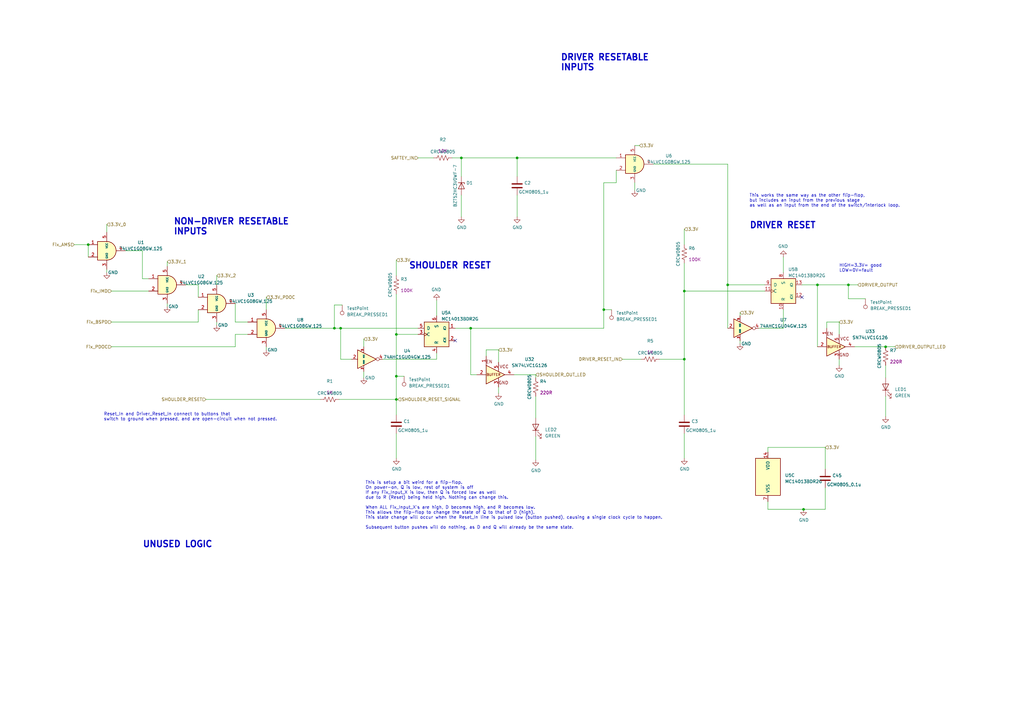
<source format=kicad_sch>
(kicad_sch (version 20231120) (generator "eeschema") (generator_version "8.0")
  (paper "A3")
  (lib_symbols
    (symbol "Connector:TestPoint" (pin_numbers hide) (pin_names (offset 0.762) hide)
      (property "Reference" "TP" (at 0 6.858 0))
      (property "Value" "TestPoint" (at 0 5.08 0))
      (symbol "TestPoint_0_1"
        (circle (center 0 3.302) (radius 0.762))
      )
      (symbol "TestPoint_1_1"
        (pin passive line (at 0 0 90) (length 2.54) (name "1") (number "1"))
      )
    )
    (symbol "GCM0805_0.1u_5" (pin_numbers hide) (pin_names (offset 0.254))
      (property "Reference" "C" (at 0.635 2.54 0))
      (property "Value" "GCM0805_0.1u_5" (at 0.635 -2.54 0))
      (symbol "GCM0805_0.1u_5_0_1"
        (polyline (pts (xy -2.032 -0.762) (xy 2.032 -0.762)) (stroke (width 0.508)))
        (polyline (pts (xy -2.032 0.762) (xy 2.032 0.762)) (stroke (width 0.508)))
      )
      (symbol "GCM0805_0.1u_5_1_1"
        (pin passive line (at 0 3.81 270) (length 2.794) (name "~") (number "1"))
        (pin passive line (at 0 -3.81 90) (length 2.794) (name "~") (number "2"))
      )
    )
    (symbol "UniSA_Motorsport_Capacitor:GCM0805_1u" (pin_numbers hide) (pin_names (offset 0.254))
      (property "Reference" "C" (at 0.635 2.54 0))
      (property "Value" "GCM0805_1u" (at 0.635 -2.54 0))
      (symbol "GCM0805_1u_0_1"
        (polyline (pts (xy -2.032 -0.762) (xy 2.032 -0.762)) (stroke (width 0.508)))
        (polyline (pts (xy -2.032 0.762) (xy 2.032 0.762)) (stroke (width 0.508)))
      )
      (symbol "GCM0805_1u_1_1"
        (pin passive line (at 0 3.81 270) (length 2.794) (name "~") (number "1"))
        (pin passive line (at 0 -3.81 90) (length 2.794) (name "~") (number "2"))
      )
    )
    (symbol "UniSA_Motorsport_Diode:BZT52HC3V0WF-7" (pin_numbers hide) (pin_names (offset 1.016) hide)
      (property "Reference" "D" (at 0 2.54 0))
      (property "Value" "BZT52HC3V0WF-7" (at 0 -2.54 0))
      (symbol "BZT52HC3V0WF-7_0_1"
        (polyline (pts (xy 1.27 0) (xy -1.27 0)))
        (polyline (pts (xy -1.27 -1.27) (xy -1.27 1.27) (xy -0.762 1.27)) (stroke (width 0.2032)))
        (polyline (pts (xy 1.27 -1.27) (xy 1.27 1.27) (xy -1.27 0) (xy 1.27 -1.27)) (stroke (width 0.2032)))
      )
      (symbol "BZT52HC3V0WF-7_1_1"
        (pin passive line (at -3.81 0 0) (length 2.54) (name "K") (number "1"))
        (pin passive line (at 3.81 0 180) (length 2.54) (name "A") (number "2"))
      )
    )
    (symbol "UniSA_Motorsport_Diode:LED_0805" (pin_numbers hide) (pin_names (offset 1.016) hide)
      (property "Reference" "LED" (at 0 2.54 0))
      (property "Value" "LED_0805" (at 0 -3.81 0))
      (symbol "LED_0805_0_1"
        (polyline (pts (xy -1.27 -1.27) (xy -1.27 1.27)) (stroke (width 0.2032)))
        (polyline (pts (xy -1.27 0) (xy 1.27 0)))
        (polyline (pts (xy 1.27 -1.27) (xy 1.27 1.27) (xy -1.27 0) (xy 1.27 -1.27)) (stroke (width 0.2032)))
        (polyline (pts (xy -3.048 -0.762) (xy -4.572 -2.286) (xy -3.81 -2.286) (xy -4.572 -2.286) (xy -4.572 -1.524)))
        (polyline (pts (xy -1.778 -0.762) (xy -3.302 -2.286) (xy -2.54 -2.286) (xy -3.302 -2.286) (xy -3.302 -1.524)))
      )
      (symbol "LED_0805_1_1"
        (pin passive line (at -3.81 0 0) (length 2.54) (name "K") (number "1"))
        (pin passive line (at 3.81 0 180) (length 2.54) (name "A") (number "2"))
      )
    )
    (symbol "UniSA_Motorsport_Logic:74AHC1GU04GW,125"
      (property "Reference" "U" (at 2.54 5.08 0))
      (property "Value" "74AHC1GU04GW,125" (at 10.16 7.62 0))
      (symbol "74AHC1GU04GW,125_0_1"
        (polyline (pts (xy -3.81 3.81) (xy -3.81 -3.81) (xy 3.81 0) (xy -3.81 3.81)) (stroke (width 0.254)) (fill (type background)))
        (circle (center 4.445 0) (radius 0.635))
      )
      (symbol "74AHC1GU04GW,125_1_1"
        (pin no_connect line (at 3.81 0 180) (length 2.54) hide (name "NC") (number "1"))
        (pin input line (at -6.35 0 0) (length 2.54) (name "~") (number "2"))
        (pin power_in line (at -1.27 -5.08 90) (length 2.54) (name "GND") (number "3"))
        (pin output line (at 6.35 0 180) (length 1.27) (name "~") (number "4"))
        (pin power_in line (at -1.27 5.08 270) (length 2.54) (name "VCC") (number "5"))
      )
    )
    (symbol "UniSA_Motorsport_Logic:74LVC1G08GW,125"
      (property "Reference" "U" (at 2.54 6.35 0))
      (property "Value" "74LVC1G08GW,125" (at 11.43 3.81 0))
      (symbol "74LVC1G08GW,125_1_1"
        (arc (start 0 -3.81) (mid 3.7934 0) (end 0 3.81) (stroke (width 0.254)) (fill (type background)))
        (polyline (pts (xy 0 3.81) (xy -3.81 3.81) (xy -3.81 -3.81) (xy 0 -3.81)) (stroke (width 0.254)) (fill (type background)))
        (pin input line (at -7.62 2.54 0) (length 3.81) (name "~") (number "1"))
        (pin input line (at -7.62 -2.54 0) (length 3.81) (name "~") (number "2"))
        (pin input line (at 0 -7.62 90) (length 3.81) (name "GND") (number "3"))
        (pin output line (at 7.62 0 180) (length 3.81) (name "~") (number "4"))
        (pin input line (at 0 7.62 270) (length 3.81) (name "VCC") (number "5"))
      )
    )
    (symbol "UniSA_Motorsport_Logic:MC14013BDR2G" (pin_names (offset 1.016))
      (property "Reference" "U" (at -7.62 8.89 0))
      (property "Value" "MC14013BDR2G" (at -7.62 -8.89 0))
      (symbol "MC14013BDR2G_1_1"
        (rectangle (start -5.08 5.08) (end 5.08 -5.08) (stroke (width 0.254)) (fill (type background)))
        (pin output line (at 7.62 2.54 180) (length 2.54) (name "Q") (number "1"))
        (pin output line (at 7.62 -2.54 180) (length 2.54) (name "~{Q}") (number "2"))
        (pin input clock (at -7.62 0 0) (length 2.54) (name "C") (number "3"))
        (pin input line (at 0 -7.62 90) (length 2.54) (name "R") (number "4"))
        (pin input line (at -7.62 2.54 0) (length 2.54) (name "D") (number "5"))
        (pin input line (at 0 7.62 270) (length 2.54) (name "S") (number "6"))
      )
      (symbol "MC14013BDR2G_2_1"
        (rectangle (start -5.08 5.08) (end 5.08 -5.08) (stroke (width 0.254)) (fill (type background)))
        (pin input line (at 0 -7.62 90) (length 2.54) (name "R") (number "10"))
        (pin input clock (at -7.62 0 0) (length 2.54) (name "C") (number "11"))
        (pin output line (at 7.62 -2.54 180) (length 2.54) (name "~{Q}") (number "12"))
        (pin output line (at 7.62 2.54 180) (length 2.54) (name "Q") (number "13"))
        (pin input line (at 0 7.62 270) (length 2.54) (name "S") (number "8"))
        (pin input line (at -7.62 2.54 0) (length 2.54) (name "D") (number "9"))
      )
      (symbol "MC14013BDR2G_3_0"
        (pin power_in line (at 0 10.16 270) (length 2.54) (name "VDD") (number "14"))
        (pin power_in line (at 0 -10.16 90) (length 2.54) (name "VSS") (number "7"))
      )
      (symbol "MC14013BDR2G_3_1"
        (rectangle (start -5.08 7.62) (end 5.08 -7.62) (stroke (width 0.254)) (fill (type background)))
      )
    )
    (symbol "UniSA_Motorsport_Logic:SN74LVC1G126_"
      (property "Reference" "U" (at 8.89 9.398 0))
      (property "Value" "SN74LVC1G126 " (at 0 0 0))
      (symbol "SN74LVC1G126__1_0"
        (polyline (pts (xy -3.81 3.81) (xy -3.81 -3.81) (xy 3.81 0) (xy -3.81 3.81)) (stroke (width 0.254)) (fill (type background)))
        (pin input line (at -3.81 7.62 270) (length 3.81) (name "~") (number "1"))
        (pin input line (at -7.62 0 0) (length 3.81) (name "~") (number "2"))
        (pin input line (at 1.27 -5.08 90) (length 3.81) (name "~") (number "3"))
        (pin output line (at 7.62 0 180) (length 3.81) (name "~") (number "4"))
        (pin input line (at 1.27 5.08 270) (length 3.81) (name "~") (number "5"))
      )
      (symbol "SN74LVC1G126__1_1"
        (text "BUFFER" (at -0.762 0 0) (effects (font (size 1 1))))
        (text "EN" (at -2.54 5.334 0) (effects (font (size 1.27 1.27))))
        (text "GND" (at 3.302 -3.302 0) (effects (font (size 1.27 1.27))))
        (text "VCC" (at 3.556 3.302 0) (effects (font (size 1.27 1.27))))
      )
    )
    (symbol "UniSA_Motorsport_Resistor:CRCW0805" (pin_numbers hide) (pin_names (offset 0))
      (property "Reference" "R" (at 2.54 0 90))
      (property "Value" "CRCW0805" (at -2.54 0 90))
      (property "Resistance" "Give a E24 value" (at 5.08 0 90))
      (symbol "CRCW0805_0_1"
        (polyline (pts (xy 0 -2.286) (xy 0 -2.54)))
        (polyline (pts (xy 0 2.286) (xy 0 2.54)))
        (polyline (pts (xy 0 -0.762) (xy 1.016 -1.143) (xy 0 -1.524) (xy -1.016 -1.905) (xy 0 -2.286)))
        (polyline (pts (xy 0 0.762) (xy 1.016 0.381) (xy 0 0) (xy -1.016 -0.381) (xy 0 -0.762)))
        (polyline (pts (xy 0 2.286) (xy 1.016 1.905) (xy 0 1.524) (xy -1.016 1.143) (xy 0 0.762)))
      )
      (symbol "CRCW0805_1_1"
        (pin passive line (at 0 3.81 270) (length 1.27) (name "~") (number "1"))
        (pin passive line (at 0 -3.81 90) (length 1.27) (name "~") (number "2"))
      )
    )
    (symbol "power:GND" (power) (pin_names (offset 0))
      (property "Value" "GND" (at 0 -3.81 0))
      (symbol "GND_0_1"
        (polyline (pts (xy 0 0) (xy 0 -1.27) (xy 1.27 -1.27) (xy 0 -2.54) (xy -1.27 -1.27) (xy 0 -1.27)))
      )
      (symbol "GND_1_1"
        (pin power_in line (at 0 0 270) (length 0) hide (name "GND") (number "1"))
      )
    )
  )
  (junction (at 247.65 127))
  (junction (at 347.98 116.84))
  (junction (at 298.45 116.84))
  (junction (at 280.67 147.32))
  (junction (at 139.7 134.62))
  (junction (at 280.67 119.38))
  (junction (at 335.28 116.84))
  (junction (at 36.195 100.33))
  (junction (at 162.56 137.16))
  (junction (at 212.09 64.77))
  (junction (at 137.16 134.62))
  (junction (at 363.22 142.24))
  (junction (at 189.23 64.77))
  (junction (at 162.56 163.83))
  (junction (at 329.565 208.915))
  (junction (at 162.56 154.305))
  (junction (at 193.04 134.62))
  (no_connect (at 186.69 139.7))
  (no_connect (at 328.93 121.92))
  (wire (pts (xy 179.07 123.19) (xy 179.07 129.54)))
  (wire (pts (xy 219.71 162.56) (xy 219.71 171.45)))
  (wire (pts (xy 96.52 124.46) (xy 96.52 132.08)))
  (wire (pts (xy 68.58 124.46) (xy 68.58 125.73)))
  (wire (pts (xy 298.45 134.62) (xy 298.45 116.84)))
  (wire (pts (xy 329.565 208.915) (xy 338.455 208.915)))
  (wire (pts (xy 204.47 143.51) (xy 204.47 148.59)))
  (wire (pts (xy 189.23 64.77) (xy 212.09 64.77)))
  (wire (pts (xy 280.67 177.8) (xy 280.67 187.96)))
  (wire (pts (xy 139.7 147.32) (xy 139.7 134.62)))
  (wire (pts (xy 149.225 152.4) (xy 149.225 154.94)))
  (wire (pts (xy 311.15 134.62) (xy 321.31 134.62)))
  (wire (pts (xy 96.52 137.16) (xy 101.6 137.16)))
  (wire (pts (xy 162.56 120.65) (xy 162.56 137.16)))
  (wire (pts (xy 347.98 122.555) (xy 354.965 122.555)))
  (wire (pts (xy 204.47 158.75) (xy 204.47 161.29)))
  (wire (pts (xy 339.09 132.08) (xy 344.17 132.08)))
  (wire (pts (xy 139.7 134.62) (xy 171.45 134.62)))
  (wire (pts (xy 162.56 137.16) (xy 162.56 154.305)))
  (wire (pts (xy 162.56 106.68) (xy 162.56 113.03)))
  (wire (pts (xy 193.04 134.62) (xy 193.04 153.67)))
  (wire (pts (xy 344.17 147.32) (xy 344.17 149.86)))
  (wire (pts (xy 303.53 128.27) (xy 303.53 129.54)))
  (wire (pts (xy 314.96 183.515) (xy 338.455 183.515)))
  (wire (pts (xy 189.23 88.9) (xy 189.23 80.01)))
  (wire (pts (xy 171.45 64.77) (xy 177.8 64.77)))
  (wire (pts (xy 314.96 185.42) (xy 314.96 183.515)))
  (wire (pts (xy 339.09 134.62) (xy 339.09 132.08)))
  (wire (pts (xy 335.28 116.84) (xy 347.98 116.84)))
  (wire (pts (xy 262.89 147.32) (xy 255.27 147.32)))
  (wire (pts (xy 328.93 116.84) (xy 335.28 116.84)))
  (wire (pts (xy 303.53 139.7) (xy 303.53 140.97)))
  (wire (pts (xy 363.22 149.86) (xy 363.22 154.94)))
  (wire (pts (xy 247.65 127) (xy 247.65 134.62)))
  (wire (pts (xy 149.225 139.065) (xy 149.225 142.24)))
  (wire (pts (xy 321.31 127) (xy 321.31 134.62)))
  (wire (pts (xy 179.07 144.78) (xy 179.07 147.32)))
  (wire (pts (xy 252.73 69.85) (xy 252.73 74.93)))
  (wire (pts (xy 199.39 143.51) (xy 204.47 143.51)))
  (wire (pts (xy 195.58 153.67) (xy 193.04 153.67)))
  (wire (pts (xy 137.16 125.095) (xy 140.335 125.095)))
  (wire (pts (xy 321.31 105.41) (xy 321.31 111.76)))
  (wire (pts (xy 81.28 132.08) (xy 81.28 127)))
  (wire (pts (xy 186.69 134.62) (xy 193.04 134.62)))
  (wire (pts (xy 363.22 142.24) (xy 367.03 142.24)))
  (wire (pts (xy 363.22 162.56) (xy 363.22 170.815)))
  (wire (pts (xy 131.445 163.83) (xy 84.455 163.83)))
  (wire (pts (xy 162.56 154.305) (xy 162.56 163.83)))
  (wire (pts (xy 338.455 192.405) (xy 338.455 183.515)))
  (wire (pts (xy 162.56 154.305) (xy 165.735 154.305)))
  (wire (pts (xy 51.435 102.87) (xy 58.42 102.87)))
  (wire (pts (xy 96.52 132.08) (xy 101.6 132.08)))
  (wire (pts (xy 347.98 116.84) (xy 351.79 116.84)))
  (wire (pts (xy 350.52 142.24) (xy 363.22 142.24)))
  (wire (pts (xy 109.22 121.92) (xy 109.22 127)))
  (wire (pts (xy 36.195 100.33) (xy 36.195 105.41)))
  (wire (pts (xy 43.815 110.49) (xy 43.815 111.76)))
  (wire (pts (xy 96.52 142.24) (xy 96.52 137.16)))
  (wire (pts (xy 280.67 119.38) (xy 313.69 119.38)))
  (wire (pts (xy 219.71 154.94) (xy 219.71 153.67)))
  (wire (pts (xy 171.45 137.16) (xy 162.56 137.16)))
  (wire (pts (xy 193.04 134.62) (xy 247.65 134.62)))
  (wire (pts (xy 88.9 113.03) (xy 88.9 116.84)))
  (wire (pts (xy 137.16 125.095) (xy 137.16 134.62)))
  (wire (pts (xy 45.72 119.38) (xy 60.96 119.38)))
  (wire (pts (xy 156.845 147.32) (xy 179.07 147.32)))
  (wire (pts (xy 76.2 116.84) (xy 81.28 116.84)))
  (wire (pts (xy 137.16 134.62) (xy 139.7 134.62)))
  (wire (pts (xy 58.42 102.87) (xy 58.42 114.3)))
  (wire (pts (xy 212.09 64.77) (xy 252.73 64.77)))
  (wire (pts (xy 219.71 179.07) (xy 219.71 188.595)))
  (wire (pts (xy 212.09 80.01) (xy 212.09 88.9)))
  (wire (pts (xy 267.97 67.31) (xy 298.45 67.31)))
  (wire (pts (xy 109.22 142.24) (xy 109.22 143.51)))
  (wire (pts (xy 280.67 119.38) (xy 280.67 147.32)))
  (wire (pts (xy 280.67 107.95) (xy 280.67 119.38)))
  (wire (pts (xy 163.195 163.83) (xy 162.56 163.83)))
  (wire (pts (xy 298.45 116.84) (xy 313.69 116.84)))
  (wire (pts (xy 88.9 132.08) (xy 88.9 133.35)))
  (wire (pts (xy 45.72 142.24) (xy 96.52 142.24)))
  (wire (pts (xy 139.7 147.32) (xy 144.145 147.32)))
  (wire (pts (xy 199.39 146.05) (xy 199.39 143.51)))
  (wire (pts (xy 247.65 74.93) (xy 247.65 127)))
  (wire (pts (xy 45.72 132.08) (xy 81.28 132.08)))
  (wire (pts (xy 247.65 127) (xy 250.825 127)))
  (wire (pts (xy 81.28 116.84) (xy 81.28 121.92)))
  (wire (pts (xy 210.82 153.67) (xy 219.71 153.67)))
  (wire (pts (xy 116.84 134.62) (xy 137.16 134.62)))
  (wire (pts (xy 344.17 132.08) (xy 344.17 137.16)))
  (wire (pts (xy 162.56 177.8) (xy 162.56 187.96)))
  (wire (pts (xy 298.45 116.84) (xy 298.45 67.31)))
  (wire (pts (xy 314.96 205.74) (xy 314.96 208.915)))
  (wire (pts (xy 347.98 122.555) (xy 347.98 116.84)))
  (wire (pts (xy 314.96 208.915) (xy 329.565 208.915)))
  (wire (pts (xy 260.35 59.69) (xy 262.255 59.69)))
  (wire (pts (xy 335.28 116.84) (xy 335.28 142.24)))
  (wire (pts (xy 43.815 92.075) (xy 43.815 95.25)))
  (wire (pts (xy 58.42 114.3) (xy 60.96 114.3)))
  (wire (pts (xy 252.73 74.93) (xy 247.65 74.93)))
  (wire (pts (xy 162.56 163.83) (xy 162.56 170.18)))
  (wire (pts (xy 260.35 74.93) (xy 260.35 78.105)))
  (wire (pts (xy 68.58 107.315) (xy 68.58 109.22)))
  (wire (pts (xy 139.065 163.83) (xy 162.56 163.83)))
  (wire (pts (xy 189.23 64.77) (xy 189.23 72.39)))
  (wire (pts (xy 212.09 64.77) (xy 212.09 72.39)))
  (wire (pts (xy 270.51 147.32) (xy 280.67 147.32)))
  (wire (pts (xy 280.67 93.98) (xy 280.67 100.33)))
  (wire (pts (xy 280.67 147.32) (xy 280.67 170.18)))
  (wire (pts (xy 185.42 64.77) (xy 189.23 64.77)))
  (wire (pts (xy 30.48 100.33) (xy 36.195 100.33)))
  (wire (pts (xy 338.455 200.025) (xy 338.455 208.915)))
  (text "UNUSED LOGIC" (at 58.42 224.79 0) (effects (font (size 2.54 2.54) (thickness 0.508) (bold yes)) (justify left bottom)))
  (text "This is setup a bit weird for a flip-flop.\nOn power-on, Q is low, rest of system is off\nIf any Fix_Input_X is low, then Q is forced low as well\ndue to R (Reset) being held high. Nothing can change this.\n\nWhen ALL Fix_Input_X's are high, D becomes high, and R becomes low.\nThis allows the flip-flop to change the state of Q to that of D (high).\nThis state change will occur when the Reset_In line is pulsed low (button pushed), causing a single clock cycle to happen.\n\nSubsequent button pushes will do nothing, as D and Q will already be the same state." (at 149.86 217.17 0) (effects (font (size 1.27 1.27)) (justify left bottom)))
  (text "SHOULDER RESET" (at 167.64 110.49 0) (effects (font (size 2.54 2.54) (thickness 0.508) (bold yes)) (justify left bottom)))
  (text "HIGH=3.3V= good\nLOW=0V=fault" (at 344.17 111.76 0) (effects (font (size 1.27 1.27)) (justify left bottom)))
  (text "DRIVER RESET" (at 307.34 93.98 0) (effects (font (size 2.54 2.54) (thickness 0.508) (bold yes)) (justify left bottom)))
  (text "This works the same way as the other flip-flop,\nbut includes an input from the previous stage\nas well as an input from the end of the switch/interlock loop." (at 307.34 85.09 0) (effects (font (size 1.27 1.27)) (justify left bottom)))
  (text "DRIVER RESETABLE\nINPUTS" (at 229.87 29.21 0) (effects (font (size 2.54 2.54) (thickness 0.508) (bold yes)) (justify left bottom)))
  (text "Reset_In and Driver_Reset_In connect to buttons that\nswitch to ground when pressed, and are open-circuit when not pressed." (at 42.545 172.72 0) (effects (font (size 1.27 1.27)) (justify left bottom)))
  (text "NON-DRIVER RESETABLE\nINPUTS" (at 71.12 96.52 0) (effects (font (size 2.54 2.54) (thickness 0.508) (bold yes)) (justify left bottom)))
  (hierarchical_label "Fix_AMS" (shape input) (at 30.48 100.33 180))
  (hierarchical_label "3.3V" (shape input) (at 344.17 132.08 0))
  (hierarchical_label "SHOULDER_OUT_LED" (shape input) (at 219.71 153.67 0))
  (hierarchical_label "3.3V" (shape input) (at 162.56 106.68 0))
  (hierarchical_label "3.3V_PDOC" (shape input) (at 109.22 121.92 0))
  (hierarchical_label "3.3V" (shape input) (at 204.47 143.51 0))
  (hierarchical_label "Fix_BSPD" (shape input) (at 45.72 132.08 180))
  (hierarchical_label "3.3V" (shape input) (at 149.225 139.065 0))
  (hierarchical_label "DRIVER_OUTPUT" (shape input) (at 351.79 116.84 0))
  (hierarchical_label "3.3V_1" (shape input) (at 68.58 107.315 0))
  (hierarchical_label "Fix_PDOC" (shape input) (at 45.72 142.24 180))
  (hierarchical_label "Fix_IMD" (shape input) (at 45.72 119.38 180))
  (hierarchical_label "SAFTEY_IN" (shape input) (at 171.45 64.77 180))
  (hierarchical_label "3.3V" (shape input) (at 338.455 183.515 0))
  (hierarchical_label "3.3V_2" (shape input) (at 88.9 113.03 0))
  (hierarchical_label "SHOULDER_RESET" (shape input) (at 84.455 163.83 180))
  (hierarchical_label "3.3V_0" (shape input) (at 43.815 92.075 0))
  (hierarchical_label "DRIVER_RESET_IN" (shape input) (at 255.27 147.32 180))
  (hierarchical_label "SHOULDER_RESET_SIGNAL" (shape input) (at 163.195 163.83 0))
  (hierarchical_label "DRIVER_OUTPUT_LED" (shape input) (at 367.03 142.24 0))
  (hierarchical_label "3.3V" (shape input) (at 262.255 59.69 0))
  (hierarchical_label "3.3V" (shape input) (at 280.67 93.98 0))
  (hierarchical_label "3.3V" (shape input) (at 303.53 128.27 0))
  (symbol (lib_id "UniSA_Motorsport_Resistor:CRCW0805") (at 219.71 158.75 0) (unit 1)
    (property "Reference" "R4" (at 221.4372 156.4386 0) (effects (justify left)))
    (property "Value" "CRCW0805" (at 217.17 158.75 90))
    (property "Footprint" "UniSA_Motorsport_Resistor:0805" (effects (hide yes)))
    (property "Datasheet" "https://au.mouser.com/datasheet/2/427/dcrcwe3-1762152.pdf" (effects (hide yes)))
    (property "Resistance" "220R" (at 221.4372 161.0614 0) (effects (justify left)))
    (property "Voltage Rating" "150V" (effects (hide yes)))
    (property "Power Rating" "125mW" (effects (hide yes)))
    (property "E24 Values" "http://www.ohmslawcalculator.com/e24-resistor-sizes" (effects (hide yes)))
    (instances (project "shutdownPCB" (path "" (reference "R4") (unit 1))) (project "Safety Circuit" (path "" (reference "R128") (unit 1))))
  )
  (symbol (lib_id "UniSA_Motorsport_Resistor:CRCW0805") (at 162.56 116.84 0) (unit 1)
    (property "Reference" "R3" (at 164.2872 114.5286 0) (effects (justify left)))
    (property "Value" "CRCW0805" (at 160.02 116.84 90))
    (property "Footprint" "UniSA_Motorsport_Resistor:0805" (effects (hide yes)))
    (property "Datasheet" "https://au.mouser.com/datasheet/2/427/dcrcwe3-1762152.pdf" (effects (hide yes)))
    (property "Resistance" "100K" (at 164.2872 119.1514 0) (effects (justify left)))
    (property "Voltage Rating" "150V" (effects (hide yes)))
    (property "Power Rating" "125mW" (effects (hide yes)))
    (property "E24 Values" "http://www.ohmslawcalculator.com/e24-resistor-sizes" (effects (hide yes)))
    (instances (project "shutdownPCB" (path "" (reference "R3") (unit 1))) (project "Safety Circuit" (path "" (reference "R43") (unit 1))))
  )
  (symbol (lib_id "UniSA_Motorsport_Logic:SN74LVC1G126_") (at 203.2 153.67 0) (unit 1)
    (property "Reference" "U32" (at 217.17 147.3514 0))
    (property "Value" "SN74LVC1G126" (at 217.17 149.8914 0))
    (property "Footprint" "UniSA_Motorsport_SO:SC70-5" (effects (hide yes)))
    (property "Datasheet" "https://au.mouser.com/ProductDetail/Texas-Instruments/SN74LVC1G126DCKR?qs=dT9u2OTAaVW%2Fud9OnJz8pg%3D%3D" (effects (hide yes)))
    (property "Description" "BUFFER" (effects (hide yes)))
  )
  (symbol (lib_id "UniSA_Motorsport_Logic:MC14013BDR2G") (at 314.96 195.58 0) (unit 3)
    (property "Reference" "U5" (at 321.945 194.945 0) (effects (justify left)))
    (property "Value" "MC14013BDR2G" (at 321.945 197.485 0) (effects (justify left)))
    (property "Footprint" "UniSA_Motorsport_SO:SOIC-14" (effects (hide yes)))
    (property "Datasheet" "https://au.mouser.com/ProductDetail/onsemi/MC14013BDR2G?qs=g2rIOKKlpoaBmP9ek5vemQ%3D%3D" (effects (hide yes)))
  )
  (symbol (lib_id "Connector:TestPoint") (at 250.825 127 180) (unit 1)
    (property "Reference" "PRES_1" (at 252.73 130.937 0) (effects (justify right)))
    (property "Value" "TestPoint" (at 252.73 128.397 0) (effects (justify right)))
    (property "Footprint" "TestPoint:TestPoint_Pad_D2.0mm" (effects (hide yes)))
    (instances (project "power_and_monotoring" (path "" (reference "BREAK_PRESSED1") (unit 1)) (path "" (reference "PRES_1") (unit 1))) (project "shutdownPCB" (path "" (reference "NON_RESETS_OUT1") (unit 1))) (project "FeatherBoard" (path "" (reference "TP1") (unit 1))))
  )
  (symbol (lib_id "UniSA_Motorsport_Logic:74LVC1G08GW,125") (at 68.58 116.84 0) (unit 1)
    (property "Reference" "U2" (at 82.55 113.4111 0))
    (property "Value" "74LVC1G08GW,125" (at 82.55 115.9511 0))
    (property "Footprint" "UniSA_Motorsport_SO:TSSOP-5" (effects (hide yes)))
    (property "Datasheet" "https://au.mouser.com/datasheet/2/916/74LVC1G08-2937782.pdf" (effects (hide yes)))
  )
  (symbol (lib_id "UniSA_Motorsport_Logic:74LVC1G08GW,125") (at 88.9 124.46 0) (unit 1)
    (property "Reference" "U3" (at 102.87 121.0311 0))
    (property "Value" "74LVC1G08GW,125" (at 102.87 123.5711 0))
    (property "Footprint" "UniSA_Motorsport_SO:TSSOP-5" (effects (hide yes)))
    (property "Datasheet" "https://au.mouser.com/datasheet/2/916/74LVC1G08-2937782.pdf" (effects (hide yes)))
  )
  (symbol (lib_id "power:GND") (at 43.815 111.76 0) (unit 1)
    (property "Reference" "#PWR018" (effects (hide yes)))
    (property "Value" "GND" (at 46.355 111.76 0))
    (instances (project "shutdownPCB" (path "" (reference "#PWR018") (unit 1))) (project "Safety Circuit" (path "" (reference "#PWR0181") (unit 1))))
  )
  (symbol (lib_name "GCM0805_0.1u_5") (lib_id "UniSA_Motorsport_Capacitor:GCM0805_0.1u") (at 338.455 196.215 0) (unit 1)
    (property "Reference" "C45" (at 341.376 195.0466 0) (effects (justify left)))
    (property "Value" "GCM0805_0.1u" (at 339.09 198.755 0) (effects (justify left)))
    (property "Footprint" "UniSA_Motorsport_Capacitor:0805" (effects (hide yes)))
    (property "Datasheet" "https://au.mouser.com/datasheet/2/281/murata_03122018_GCM_Series-1310150.pdf" (effects (hide yes)))
    (property "Voltage Rating" "50V" (effects (hide yes)))
    (instances (project "shutdownPCB" (path "" (reference "C45") (unit 1))) (project "Safety Circuit" (path "" (reference "C17") (unit 1))))
  )
  (symbol (lib_id "power:GND") (at 219.71 188.595 0) (unit 1)
    (property "Reference" "#PWR011" (effects (hide yes)))
    (property "Value" "GND" (at 219.837 192.9892 0))
    (instances (project "shutdownPCB" (path "" (reference "#PWR011") (unit 1))) (project "Safety Circuit" (path "" (reference "#PWR0103") (unit 1))))
  )
  (symbol (lib_id "UniSA_Motorsport_Diode:LED_0805") (at 219.71 175.26 90) (unit 1)
    (property "Reference" "LED2" (at 223.52 176.2252 90) (effects (justify right)))
    (property "Value" "GREEN" (at 223.52 178.7652 90) (effects (justify right)))
    (property "Footprint" "UniSA_Motorsport_Diode:0805" (effects (hide yes)))
    (property "Datasheet" "https://au.mouser.com/datasheet/2/109/Dialight_CBI_data_599-0805_Apr2018-1370606.pdf" (effects (hide yes)))
    (property "Color" "Red, Blue, Green, Orange, Yellow" (effects (hide yes)))
  )
  (symbol (lib_id "power:GND") (at 204.47 161.29 0) (unit 1)
    (property "Reference" "#PWR0149" (effects (hide yes)))
    (property "Value" "GND" (at 204.597 165.6842 0))
  )
  (symbol (lib_id "UniSA_Motorsport_Logic:74LVC1G08GW,125") (at 43.815 102.87 0) (unit 1)
    (property "Reference" "U1" (at 57.785 99.4411 0))
    (property "Value" "74LVC1G08GW,125" (at 57.785 101.9811 0))
    (property "Footprint" "UniSA_Motorsport_SO:TSSOP-5" (effects (hide yes)))
    (property "Datasheet" "https://au.mouser.com/datasheet/2/916/74LVC1G08-2937782.pdf" (effects (hide yes)))
  )
  (symbol (lib_id "UniSA_Motorsport_Logic:74LVC1G08GW,125") (at 109.22 134.62 0) (unit 1)
    (property "Reference" "U8" (at 123.19 131.1911 0))
    (property "Value" "74LVC1G08GW,125" (at 123.19 133.7311 0))
    (property "Footprint" "UniSA_Motorsport_SO:TSSOP-5" (effects (hide yes)))
    (property "Datasheet" "https://au.mouser.com/datasheet/2/916/74LVC1G08-2937782.pdf" (effects (hide yes)))
  )
  (symbol (lib_id "power:GND") (at 189.23 88.9 0) (unit 1)
    (property "Reference" "#PWR06" (effects (hide yes)))
    (property "Value" "GND" (at 189.357 93.2942 0))
    (instances (project "shutdownPCB" (path "" (reference "#PWR06") (unit 1))) (project "Safety Circuit" (path "" (reference "#PWR053") (unit 1))))
  )
  (symbol (lib_id "Connector:TestPoint") (at 140.335 125.095 180) (unit 1)
    (property "Reference" "PRES_1" (at 142.24 129.032 0) (effects (justify right)))
    (property "Value" "TestPoint" (at 142.24 126.492 0) (effects (justify right)))
    (property "Footprint" "TestPoint:TestPoint_Pad_D2.0mm" (effects (hide yes)))
    (instances (project "power_and_monotoring" (path "" (reference "BREAK_PRESSED1") (unit 1)) (path "" (reference "PRES_1") (unit 1))) (project "shutdownPCB" (path "" (reference "NON_RESETS1") (unit 1))) (project "FeatherBoard" (path "" (reference "TP1") (unit 1))))
  )
  (symbol (lib_id "power:GND") (at 109.22 143.51 0) (unit 1)
    (property "Reference" "#PWR05" (effects (hide yes)))
    (property "Value" "GND" (at 111.76 143.51 0))
    (instances (project "shutdownPCB" (path "" (reference "#PWR05") (unit 1))) (project "Safety Circuit" (path "" (reference "#PWR0133") (unit 1))))
  )
  (symbol (lib_id "power:GND") (at 212.09 88.9 0) (unit 1)
    (property "Reference" "#PWR010" (effects (hide yes)))
    (property "Value" "GND" (at 212.217 93.2942 0))
    (instances (project "shutdownPCB" (path "" (reference "#PWR010") (unit 1))) (project "Safety Circuit" (path "" (reference "#PWR054") (unit 1))))
  )
  (symbol (lib_id "power:GND") (at 149.225 154.94 0) (unit 1)
    (property "Reference" "#PWR093" (effects (hide yes)))
    (property "Value" "GND" (at 151.765 154.94 0))
    (instances (project "shutdownPCB" (path "" (reference "#PWR093") (unit 1))) (project "Safety Circuit" (path "" (reference "#PWR0133") (unit 1))))
  )
  (symbol (lib_id "UniSA_Motorsport_Logic:74AHC1GU04GW,125") (at 150.495 147.32 0) (unit 1)
    (property "Reference" "U4" (at 167.005 143.8911 0))
    (property "Value" "74AHC1GU04GW,125" (at 167.005 146.4311 0))
    (property "Footprint" "UniSA_Motorsport_SO:TSSOP-5" (effects (hide yes)))
    (property "Datasheet" "https://au.mouser.com/datasheet/2/916/74AHC1GU04-2937201.pdf" (effects (hide yes)))
  )
  (symbol (lib_id "UniSA_Motorsport_Resistor:CRCW0805") (at 181.61 64.77 270) (unit 1)
    (property "Reference" "R2" (at 181.61 57.277 90))
    (property "Value" "CRCW0805" (at 181.61 62.23 90))
    (property "Footprint" "UniSA_Motorsport_Resistor:0805" (effects (hide yes)))
    (property "Datasheet" "https://au.mouser.com/datasheet/2/427/dcrcwe3-1762152.pdf" (effects (hide yes)))
    (property "Resistance" "10K" (at 181.61 61.8998 90))
    (property "Voltage Rating" "150V" (effects (hide yes)))
    (property "Power Rating" "125mW" (effects (hide yes)))
    (property "E24 Values" "http://www.ohmslawcalculator.com/e24-resistor-sizes" (effects (hide yes)))
    (instances (project "shutdownPCB" (path "" (reference "R2") (unit 1))) (project "Safety Circuit" (path "" (reference "R41") (unit 1))))
  )
  (symbol (lib_id "power:GND") (at 260.35 78.105 0) (unit 1)
    (property "Reference" "#PWR095" (effects (hide yes)))
    (property "Value" "GND" (at 262.89 78.105 0))
    (instances (project "shutdownPCB" (path "" (reference "#PWR095") (unit 1))) (project "Safety Circuit" (path "" (reference "#PWR07") (unit 1))))
  )
  (symbol (lib_id "UniSA_Motorsport_Capacitor:GCM0805_1u") (at 280.67 173.99 0) (unit 1)
    (property "Reference" "C3" (at 283.591 172.8216 0) (effects (justify left)))
    (property "Value" "GCM0805_1u" (at 281.305 176.53 0) (effects (justify left)))
    (property "Footprint" "UniSA_Motorsport_Capacitor:0805" (effects (hide yes)))
    (property "Datasheet" "https://au.mouser.com/datasheet/2/281/murata_03122018_GCM_Series-1310150.pdf" (effects (hide yes)))
    (property "Voltage Rating" "50V" (effects (hide yes)))
    (instances (project "shutdownPCB" (path "" (reference "C3") (unit 1))) (project "Safety Circuit" (path "" (reference "C11") (unit 1))))
  )
  (symbol (lib_id "Connector:TestPoint") (at 354.965 122.555 180) (unit 1)
    (property "Reference" "PRES_1" (at 356.87 126.492 0) (effects (justify right)))
    (property "Value" "TestPoint" (at 356.87 123.952 0) (effects (justify right)))
    (property "Footprint" "TestPoint:TestPoint_Pad_D2.0mm" (effects (hide yes)))
    (instances (project "power_and_monotoring" (path "" (reference "BREAK_PRESSED1") (unit 1)) (path "" (reference "PRES_1") (unit 1))) (project "shutdownPCB" (path "" (reference "DRIVER_OUTPUT1") (unit 1))) (project "FeatherBoard" (path "" (reference "TP1") (unit 1))))
  )
  (symbol (lib_id "UniSA_Motorsport_Resistor:CRCW0805") (at 135.255 163.83 270) (unit 1)
    (property "Reference" "R1" (at 135.255 156.337 90))
    (property "Value" "CRCW0805" (at 135.255 161.29 90))
    (property "Footprint" "UniSA_Motorsport_Resistor:0805" (effects (hide yes)))
    (property "Datasheet" "https://au.mouser.com/datasheet/2/427/dcrcwe3-1762152.pdf" (effects (hide yes)))
    (property "Resistance" "1K" (at 135.255 160.9598 90))
    (property "Voltage Rating" "150V" (effects (hide yes)))
    (property "Power Rating" "125mW" (effects (hide yes)))
    (property "E24 Values" "http://www.ohmslawcalculator.com/e24-resistor-sizes" (effects (hide yes)))
    (instances (project "shutdownPCB" (path "" (reference "R1") (unit 1))) (project "Safety Circuit" (path "" (reference "R44") (unit 1))))
  )
  (symbol (lib_id "power:GND") (at 363.22 170.815 0) (unit 1)
    (property "Reference" "#PWR017" (effects (hide yes)))
    (property "Value" "GND" (at 363.347 175.2092 0))
    (instances (project "shutdownPCB" (path "" (reference "#PWR017") (unit 1))) (project "Safety Circuit" (path "" (reference "#PWR0110") (unit 1))))
  )
  (symbol (lib_id "UniSA_Motorsport_Resistor:CRCW0805") (at 280.67 104.14 0) (unit 1)
    (property "Reference" "R6" (at 282.3972 101.8286 0) (effects (justify left)))
    (property "Value" "CRCW0805" (at 278.13 104.14 90))
    (property "Footprint" "UniSA_Motorsport_Resistor:0805" (effects (hide yes)))
    (property "Datasheet" "https://au.mouser.com/datasheet/2/427/dcrcwe3-1762152.pdf" (effects (hide yes)))
    (property "Resistance" "100K" (at 282.3972 106.4514 0) (effects (justify left)))
    (property "Voltage Rating" "150V" (effects (hide yes)))
    (property "Power Rating" "125mW" (effects (hide yes)))
    (property "E24 Values" "http://www.ohmslawcalculator.com/e24-resistor-sizes" (effects (hide yes)))
    (instances (project "shutdownPCB" (path "" (reference "R6") (unit 1))) (project "Safety Circuit" (path "" (reference "R42") (unit 1))))
  )
  (symbol (lib_id "power:GND") (at 88.9 133.35 0) (unit 1)
    (property "Reference" "#PWR04" (effects (hide yes)))
    (property "Value" "GND" (at 91.44 133.35 0))
    (instances (project "shutdownPCB" (path "" (reference "#PWR04") (unit 1))) (project "Safety Circuit" (path "" (reference "#PWR0132") (unit 1))))
  )
  (symbol (lib_id "power:GND") (at 280.67 187.96 0) (unit 1)
    (property "Reference" "#PWR013" (effects (hide yes)))
    (property "Value" "GND" (at 280.797 192.3542 0))
    (instances (project "shutdownPCB" (path "" (reference "#PWR013") (unit 1))) (project "Safety Circuit" (path "" (reference "#PWR057") (unit 1))))
  )
  (symbol (lib_id "UniSA_Motorsport_Diode:LED_0805") (at 363.22 158.75 90) (unit 1)
    (property "Reference" "LED1" (at 367.03 159.7152 90) (effects (justify right)))
    (property "Value" "GREEN" (at 367.03 162.2552 90) (effects (justify right)))
    (property "Footprint" "UniSA_Motorsport_Diode:0805" (effects (hide yes)))
    (property "Datasheet" "https://au.mouser.com/datasheet/2/109/Dialight_CBI_data_599-0805_Apr2018-1370606.pdf" (effects (hide yes)))
    (property "Color" "Red, Blue, Green, Orange, Yellow" (effects (hide yes)))
  )
  (symbol (lib_id "UniSA_Motorsport_Logic:74LVC1G08GW,125") (at 260.35 67.31 0) (unit 1)
    (property "Reference" "U6" (at 274.32 63.8811 0))
    (property "Value" "74LVC1G08GW,125" (at 274.32 66.4211 0))
    (property "Footprint" "UniSA_Motorsport_SO:TSSOP-5" (effects (hide yes)))
    (property "Datasheet" "https://au.mouser.com/datasheet/2/916/74LVC1G08-2937782.pdf" (effects (hide yes)))
  )
  (symbol (lib_id "power:GND") (at 303.53 140.97 0) (unit 1)
    (property "Reference" "#PWR015" (effects (hide yes)))
    (property "Value" "GND" (at 306.07 140.97 0))
    (instances (project "shutdownPCB" (path "" (reference "#PWR015") (unit 1))) (project "Safety Circuit" (path "" (reference "#PWR07") (unit 1))))
  )
  (symbol (lib_id "power:GND") (at 68.58 125.73 0) (unit 1)
    (property "Reference" "#PWR02" (effects (hide yes)))
    (property "Value" "GND" (at 71.12 125.73 0))
    (instances (project "shutdownPCB" (path "" (reference "#PWR02") (unit 1))) (project "Safety Circuit" (path "" (reference "#PWR0181") (unit 1))))
  )
  (symbol (lib_id "UniSA_Motorsport_Logic:MC14013BDR2G") (at 179.07 137.16 0) (unit 1)
    (property "Reference" "U5" (at 181.0259 128.27 0) (effects (justify left)))
    (property "Value" "MC14013BDR2G" (at 181.0259 130.81 0) (effects (justify left)))
    (property "Footprint" "UniSA_Motorsport_SO:SOIC-14" (effects (hide yes)))
    (property "Datasheet" "https://au.mouser.com/ProductDetail/onsemi/MC14013BDR2G?qs=g2rIOKKlpoaBmP9ek5vemQ%3D%3D" (effects (hide yes)))
  )
  (symbol (lib_id "UniSA_Motorsport_Logic:74AHC1GU04GW,125") (at 304.8 134.62 0) (unit 1)
    (property "Reference" "U7" (at 321.31 131.1911 0))
    (property "Value" "74AHC1GU04GW,125" (at 321.31 133.7311 0))
    (property "Footprint" "UniSA_Motorsport_SO:TSSOP-5" (effects (hide yes)))
    (property "Datasheet" "https://au.mouser.com/datasheet/2/916/74AHC1GU04-2937201.pdf" (effects (hide yes)))
  )
  (symbol (lib_id "UniSA_Motorsport_Diode:BZT52HC3V0WF-7") (at 189.23 76.2 270) (unit 1)
    (property "Reference" "D1" (at 191.2366 75.0316 90) (effects (justify left)))
    (property "Value" "BZT52HC3V0WF-7" (at 186.69 76.2 0))
    (property "Footprint" "UniSA_Motorsport_SO:SOD123F" (effects (hide yes)))
    (property "Datasheet" "https://au.mouser.com/datasheet/2/115/BZT52HC2V4WF_-_BZT52HC47WF-1592021.pdf" (effects (hide yes)))
    (property "Breakdown" "3.0V" (effects (hide yes)))
    (property "Current rating" "5mA" (effects (hide yes)))
    (instances (project "shutdownPCB" (path "" (reference "D1") (unit 1))) (project "Safety Circuit" (path "" (reference "D17") (unit 1))))
  )
  (symbol (lib_id "Connector:TestPoint") (at 165.735 154.305 180) (unit 1)
    (property "Reference" "PRES_1" (at 167.64 158.242 0) (effects (justify right)))
    (property "Value" "TestPoint" (at 167.64 155.702 0) (effects (justify right)))
    (property "Footprint" "TestPoint:TestPoint_Pad_D2.0mm" (effects (hide yes)))
    (instances (project "power_and_monotoring" (path "" (reference "BREAK_PRESSED1") (unit 1)) (path "" (reference "PRES_1") (unit 1))) (project "shutdownPCB" (path "" (reference "SHOULDER_RESET1") (unit 1))) (project "FeatherBoard" (path "" (reference "TP1") (unit 1))))
  )
  (symbol (lib_id "power:GND") (at 179.07 123.19 180) (unit 1)
    (property "Reference" "#PWR09" (effects (hide yes)))
    (property "Value" "GND" (at 178.943 118.7958 0))
    (instances (project "shutdownPCB" (path "" (reference "#PWR09") (unit 1))) (project "Safety Circuit" (path "" (reference "#PWR055") (unit 1))))
  )
  (symbol (lib_id "UniSA_Motorsport_Resistor:CRCW0805") (at 266.7 147.32 270) (unit 1)
    (property "Reference" "R5" (at 266.7 139.827 90))
    (property "Value" "CRCW0805" (at 266.7 144.78 90))
    (property "Footprint" "UniSA_Motorsport_Resistor:0805" (effects (hide yes)))
    (property "Datasheet" "https://au.mouser.com/datasheet/2/427/dcrcwe3-1762152.pdf" (effects (hide yes)))
    (property "Resistance" "1K" (at 266.7 144.4498 90))
    (property "Voltage Rating" "150V" (effects (hide yes)))
    (property "Power Rating" "125mW" (effects (hide yes)))
    (property "E24 Values" "http://www.ohmslawcalculator.com/e24-resistor-sizes" (effects (hide yes)))
    (instances (project "shutdownPCB" (path "" (reference "R5") (unit 1))) (project "Safety Circuit" (path "" (reference "R45") (unit 1))))
  )
  (symbol (lib_id "UniSA_Motorsport_Capacitor:GCM0805_1u") (at 212.09 76.2 0) (unit 1)
    (property "Reference" "C2" (at 215.011 75.0316 0) (effects (justify left)))
    (property "Value" "GCM0805_1u" (at 212.725 78.74 0) (effects (justify left)))
    (property "Footprint" "UniSA_Motorsport_Capacitor:0805" (effects (hide yes)))
    (property "Datasheet" "https://au.mouser.com/datasheet/2/281/murata_03122018_GCM_Series-1310150.pdf" (effects (hide yes)))
    (property "Voltage Rating" "50V" (effects (hide yes)))
    (instances (project "shutdownPCB" (path "" (reference "C2") (unit 1))) (project "Safety Circuit" (path "" (reference "C9") (unit 1))))
  )
  (symbol (lib_id "UniSA_Motorsport_Capacitor:GCM0805_1u") (at 162.56 173.99 0) (unit 1)
    (property "Reference" "C1" (at 165.481 172.8216 0) (effects (justify left)))
    (property "Value" "GCM0805_1u" (at 163.195 176.53 0) (effects (justify left)))
    (property "Footprint" "UniSA_Motorsport_Capacitor:0805" (effects (hide yes)))
    (property "Datasheet" "https://au.mouser.com/datasheet/2/281/murata_03122018_GCM_Series-1310150.pdf" (effects (hide yes)))
    (property "Voltage Rating" "50V" (effects (hide yes)))
    (instances (project "shutdownPCB" (path "" (reference "C1") (unit 1))) (project "Safety Circuit" (path "" (reference "C10") (unit 1))))
  )
  (symbol (lib_id "power:GND") (at 329.565 208.915 0) (unit 1)
    (property "Reference" "#PWR096" (effects (hide yes)))
    (property "Value" "GND" (at 329.692 213.3092 0))
    (instances (project "shutdownPCB" (path "" (reference "#PWR096") (unit 1))) (project "Safety Circuit" (path "" (reference "#PWR030") (unit 1))))
  )
  (symbol (lib_id "UniSA_Motorsport_Resistor:CRCW0805") (at 363.22 146.05 0) (unit 1)
    (property "Reference" "R7" (at 364.9472 143.7386 0) (effects (justify left)))
    (property "Value" "CRCW0805" (at 360.68 146.05 90))
    (property "Footprint" "UniSA_Motorsport_Resistor:0805" (effects (hide yes)))
    (property "Datasheet" "https://au.mouser.com/datasheet/2/427/dcrcwe3-1762152.pdf" (effects (hide yes)))
    (property "Resistance" "220R" (at 364.9472 148.3614 0) (effects (justify left)))
    (property "Voltage Rating" "150V" (effects (hide yes)))
    (property "Power Rating" "125mW" (effects (hide yes)))
    (property "E24 Values" "http://www.ohmslawcalculator.com/e24-resistor-sizes" (effects (hide yes)))
    (instances (project "shutdownPCB" (path "" (reference "R7") (unit 1))) (project "Safety Circuit" (path "" (reference "R129") (unit 1))))
  )
  (symbol (lib_id "power:GND") (at 344.17 149.86 0) (unit 1)
    (property "Reference" "#PWR0150" (effects (hide yes)))
    (property "Value" "GND" (at 344.297 154.2542 0))
  )
  (symbol (lib_id "UniSA_Motorsport_Logic:MC14013BDR2G") (at 321.31 119.38 0) (unit 2)
    (property "Reference" "U5" (at 323.2659 110.49 0) (effects (justify left)))
    (property "Value" "MC14013BDR2G" (at 323.2659 113.03 0) (effects (justify left)))
    (property "Footprint" "UniSA_Motorsport_SO:SOIC-14" (effects (hide yes)))
    (property "Datasheet" "https://au.mouser.com/ProductDetail/onsemi/MC14013BDR2G?qs=g2rIOKKlpoaBmP9ek5vemQ%3D%3D" (effects (hide yes)))
  )
  (symbol (lib_id "UniSA_Motorsport_Logic:SN74LVC1G126_") (at 342.9 142.24 0) (unit 1)
    (property "Reference" "U33" (at 356.87 135.9214 0))
    (property "Value" "SN74LVC1G126" (at 356.87 138.4614 0))
    (property "Footprint" "UniSA_Motorsport_SO:SC70-5" (effects (hide yes)))
    (property "Datasheet" "https://au.mouser.com/ProductDetail/Texas-Instruments/SN74LVC1G126DCKR?qs=dT9u2OTAaVW%2Fud9OnJz8pg%3D%3D" (effects (hide yes)))
    (property "Description" "BUFFER" (effects (hide yes)))
  )
  (symbol (lib_id "power:GND") (at 162.56 187.96 0) (unit 1)
    (property "Reference" "#PWR08" (effects (hide yes)))
    (property "Value" "GND" (at 162.687 192.3542 0))
    (instances (project "shutdownPCB" (path "" (reference "#PWR08") (unit 1))) (project "Safety Circuit" (path "" (reference "#PWR056") (unit 1))))
  )
  (symbol (lib_id "power:GND") (at 321.31 105.41 180) (unit 1)
    (property "Reference" "#PWR016" (effects (hide yes)))
    (property "Value" "GND" (at 321.183 101.0158 0))
    (instances (project "shutdownPCB" (path "" (reference "#PWR016") (unit 1))) (project "Safety Circuit" (path "" (reference "#PWR051") (unit 1))))
  )
)
</source>
